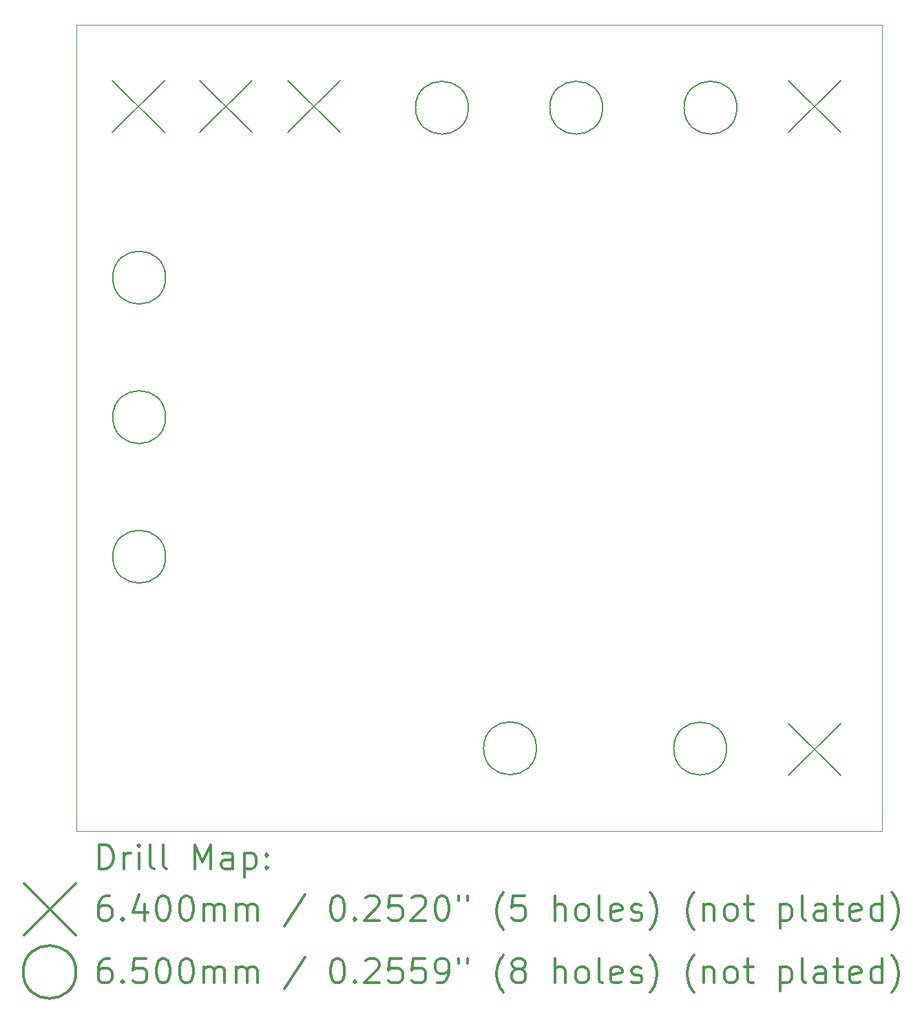
<source format=gbr>
%FSLAX45Y45*%
G04 Gerber Fmt 4.5, Leading zero omitted, Abs format (unit mm)*
G04 Created by KiCad (PCBNEW 5.1.12-1.fc34) date 2022-01-17 21:01:34*
%MOMM*%
%LPD*%
G01*
G04 APERTURE LIST*
%TA.AperFunction,Profile*%
%ADD10C,0.050000*%
%TD*%
%ADD11C,0.200000*%
%ADD12C,0.300000*%
G04 APERTURE END LIST*
D10*
X6350000Y-6350000D02*
X16256000Y-6350000D01*
X6350000Y-16256000D02*
X6350000Y-6350000D01*
X16256000Y-16256000D02*
X6350000Y-16256000D01*
X16256000Y-6350000D02*
X16256000Y-16256000D01*
D11*
X6792000Y-7033046D02*
X7432000Y-7673046D01*
X7432000Y-7033046D02*
X6792000Y-7673046D01*
X7871500Y-7033046D02*
X8511500Y-7673046D01*
X8511500Y-7033046D02*
X7871500Y-7673046D01*
X8951000Y-7033046D02*
X9591000Y-7673046D01*
X9591000Y-7033046D02*
X8951000Y-7673046D01*
X15110500Y-7033046D02*
X15750500Y-7673046D01*
X15750500Y-7033046D02*
X15110500Y-7673046D01*
X15110500Y-14932954D02*
X15750500Y-15572954D01*
X15750500Y-14932954D02*
X15110500Y-15572954D01*
X7448938Y-9457436D02*
G75*
G03*
X7448938Y-9457436I-325000J0D01*
G01*
X7448938Y-11171936D02*
G75*
G03*
X7448938Y-11171936I-325000J0D01*
G01*
X7448938Y-12886436D02*
G75*
G03*
X7448938Y-12886436I-325000J0D01*
G01*
X11171562Y-7370064D02*
G75*
G03*
X11171562Y-7370064I-325000J0D01*
G01*
X12009000Y-15240000D02*
G75*
G03*
X12009000Y-15240000I-325000J0D01*
G01*
X12822562Y-7370064D02*
G75*
G03*
X12822562Y-7370064I-325000J0D01*
G01*
X14346562Y-15244064D02*
G75*
G03*
X14346562Y-15244064I-325000J0D01*
G01*
X14473562Y-7370064D02*
G75*
G03*
X14473562Y-7370064I-325000J0D01*
G01*
D12*
X6633928Y-16724214D02*
X6633928Y-16424214D01*
X6705357Y-16424214D01*
X6748214Y-16438500D01*
X6776786Y-16467071D01*
X6791071Y-16495643D01*
X6805357Y-16552786D01*
X6805357Y-16595643D01*
X6791071Y-16652786D01*
X6776786Y-16681357D01*
X6748214Y-16709929D01*
X6705357Y-16724214D01*
X6633928Y-16724214D01*
X6933928Y-16724214D02*
X6933928Y-16524214D01*
X6933928Y-16581357D02*
X6948214Y-16552786D01*
X6962500Y-16538500D01*
X6991071Y-16524214D01*
X7019643Y-16524214D01*
X7119643Y-16724214D02*
X7119643Y-16524214D01*
X7119643Y-16424214D02*
X7105357Y-16438500D01*
X7119643Y-16452786D01*
X7133928Y-16438500D01*
X7119643Y-16424214D01*
X7119643Y-16452786D01*
X7305357Y-16724214D02*
X7276786Y-16709929D01*
X7262500Y-16681357D01*
X7262500Y-16424214D01*
X7462500Y-16724214D02*
X7433928Y-16709929D01*
X7419643Y-16681357D01*
X7419643Y-16424214D01*
X7805357Y-16724214D02*
X7805357Y-16424214D01*
X7905357Y-16638500D01*
X8005357Y-16424214D01*
X8005357Y-16724214D01*
X8276786Y-16724214D02*
X8276786Y-16567071D01*
X8262500Y-16538500D01*
X8233928Y-16524214D01*
X8176786Y-16524214D01*
X8148214Y-16538500D01*
X8276786Y-16709929D02*
X8248214Y-16724214D01*
X8176786Y-16724214D01*
X8148214Y-16709929D01*
X8133928Y-16681357D01*
X8133928Y-16652786D01*
X8148214Y-16624214D01*
X8176786Y-16609929D01*
X8248214Y-16609929D01*
X8276786Y-16595643D01*
X8419643Y-16524214D02*
X8419643Y-16824214D01*
X8419643Y-16538500D02*
X8448214Y-16524214D01*
X8505357Y-16524214D01*
X8533928Y-16538500D01*
X8548214Y-16552786D01*
X8562500Y-16581357D01*
X8562500Y-16667071D01*
X8548214Y-16695643D01*
X8533928Y-16709929D01*
X8505357Y-16724214D01*
X8448214Y-16724214D01*
X8419643Y-16709929D01*
X8691071Y-16695643D02*
X8705357Y-16709929D01*
X8691071Y-16724214D01*
X8676786Y-16709929D01*
X8691071Y-16695643D01*
X8691071Y-16724214D01*
X8691071Y-16538500D02*
X8705357Y-16552786D01*
X8691071Y-16567071D01*
X8676786Y-16552786D01*
X8691071Y-16538500D01*
X8691071Y-16567071D01*
X5707500Y-16898500D02*
X6347500Y-17538500D01*
X6347500Y-16898500D02*
X5707500Y-17538500D01*
X6762500Y-17054214D02*
X6705357Y-17054214D01*
X6676786Y-17068500D01*
X6662500Y-17082786D01*
X6633928Y-17125643D01*
X6619643Y-17182786D01*
X6619643Y-17297072D01*
X6633928Y-17325643D01*
X6648214Y-17339929D01*
X6676786Y-17354214D01*
X6733928Y-17354214D01*
X6762500Y-17339929D01*
X6776786Y-17325643D01*
X6791071Y-17297072D01*
X6791071Y-17225643D01*
X6776786Y-17197072D01*
X6762500Y-17182786D01*
X6733928Y-17168500D01*
X6676786Y-17168500D01*
X6648214Y-17182786D01*
X6633928Y-17197072D01*
X6619643Y-17225643D01*
X6919643Y-17325643D02*
X6933928Y-17339929D01*
X6919643Y-17354214D01*
X6905357Y-17339929D01*
X6919643Y-17325643D01*
X6919643Y-17354214D01*
X7191071Y-17154214D02*
X7191071Y-17354214D01*
X7119643Y-17039929D02*
X7048214Y-17254214D01*
X7233928Y-17254214D01*
X7405357Y-17054214D02*
X7433928Y-17054214D01*
X7462500Y-17068500D01*
X7476786Y-17082786D01*
X7491071Y-17111357D01*
X7505357Y-17168500D01*
X7505357Y-17239929D01*
X7491071Y-17297072D01*
X7476786Y-17325643D01*
X7462500Y-17339929D01*
X7433928Y-17354214D01*
X7405357Y-17354214D01*
X7376786Y-17339929D01*
X7362500Y-17325643D01*
X7348214Y-17297072D01*
X7333928Y-17239929D01*
X7333928Y-17168500D01*
X7348214Y-17111357D01*
X7362500Y-17082786D01*
X7376786Y-17068500D01*
X7405357Y-17054214D01*
X7691071Y-17054214D02*
X7719643Y-17054214D01*
X7748214Y-17068500D01*
X7762500Y-17082786D01*
X7776786Y-17111357D01*
X7791071Y-17168500D01*
X7791071Y-17239929D01*
X7776786Y-17297072D01*
X7762500Y-17325643D01*
X7748214Y-17339929D01*
X7719643Y-17354214D01*
X7691071Y-17354214D01*
X7662500Y-17339929D01*
X7648214Y-17325643D01*
X7633928Y-17297072D01*
X7619643Y-17239929D01*
X7619643Y-17168500D01*
X7633928Y-17111357D01*
X7648214Y-17082786D01*
X7662500Y-17068500D01*
X7691071Y-17054214D01*
X7919643Y-17354214D02*
X7919643Y-17154214D01*
X7919643Y-17182786D02*
X7933928Y-17168500D01*
X7962500Y-17154214D01*
X8005357Y-17154214D01*
X8033928Y-17168500D01*
X8048214Y-17197072D01*
X8048214Y-17354214D01*
X8048214Y-17197072D02*
X8062500Y-17168500D01*
X8091071Y-17154214D01*
X8133928Y-17154214D01*
X8162500Y-17168500D01*
X8176786Y-17197072D01*
X8176786Y-17354214D01*
X8319643Y-17354214D02*
X8319643Y-17154214D01*
X8319643Y-17182786D02*
X8333928Y-17168500D01*
X8362500Y-17154214D01*
X8405357Y-17154214D01*
X8433928Y-17168500D01*
X8448214Y-17197072D01*
X8448214Y-17354214D01*
X8448214Y-17197072D02*
X8462500Y-17168500D01*
X8491071Y-17154214D01*
X8533928Y-17154214D01*
X8562500Y-17168500D01*
X8576786Y-17197072D01*
X8576786Y-17354214D01*
X9162500Y-17039929D02*
X8905357Y-17425643D01*
X9548214Y-17054214D02*
X9576786Y-17054214D01*
X9605357Y-17068500D01*
X9619643Y-17082786D01*
X9633928Y-17111357D01*
X9648214Y-17168500D01*
X9648214Y-17239929D01*
X9633928Y-17297072D01*
X9619643Y-17325643D01*
X9605357Y-17339929D01*
X9576786Y-17354214D01*
X9548214Y-17354214D01*
X9519643Y-17339929D01*
X9505357Y-17325643D01*
X9491071Y-17297072D01*
X9476786Y-17239929D01*
X9476786Y-17168500D01*
X9491071Y-17111357D01*
X9505357Y-17082786D01*
X9519643Y-17068500D01*
X9548214Y-17054214D01*
X9776786Y-17325643D02*
X9791071Y-17339929D01*
X9776786Y-17354214D01*
X9762500Y-17339929D01*
X9776786Y-17325643D01*
X9776786Y-17354214D01*
X9905357Y-17082786D02*
X9919643Y-17068500D01*
X9948214Y-17054214D01*
X10019643Y-17054214D01*
X10048214Y-17068500D01*
X10062500Y-17082786D01*
X10076786Y-17111357D01*
X10076786Y-17139929D01*
X10062500Y-17182786D01*
X9891071Y-17354214D01*
X10076786Y-17354214D01*
X10348214Y-17054214D02*
X10205357Y-17054214D01*
X10191071Y-17197072D01*
X10205357Y-17182786D01*
X10233928Y-17168500D01*
X10305357Y-17168500D01*
X10333928Y-17182786D01*
X10348214Y-17197072D01*
X10362500Y-17225643D01*
X10362500Y-17297072D01*
X10348214Y-17325643D01*
X10333928Y-17339929D01*
X10305357Y-17354214D01*
X10233928Y-17354214D01*
X10205357Y-17339929D01*
X10191071Y-17325643D01*
X10476786Y-17082786D02*
X10491071Y-17068500D01*
X10519643Y-17054214D01*
X10591071Y-17054214D01*
X10619643Y-17068500D01*
X10633928Y-17082786D01*
X10648214Y-17111357D01*
X10648214Y-17139929D01*
X10633928Y-17182786D01*
X10462500Y-17354214D01*
X10648214Y-17354214D01*
X10833928Y-17054214D02*
X10862500Y-17054214D01*
X10891071Y-17068500D01*
X10905357Y-17082786D01*
X10919643Y-17111357D01*
X10933928Y-17168500D01*
X10933928Y-17239929D01*
X10919643Y-17297072D01*
X10905357Y-17325643D01*
X10891071Y-17339929D01*
X10862500Y-17354214D01*
X10833928Y-17354214D01*
X10805357Y-17339929D01*
X10791071Y-17325643D01*
X10776786Y-17297072D01*
X10762500Y-17239929D01*
X10762500Y-17168500D01*
X10776786Y-17111357D01*
X10791071Y-17082786D01*
X10805357Y-17068500D01*
X10833928Y-17054214D01*
X11048214Y-17054214D02*
X11048214Y-17111357D01*
X11162500Y-17054214D02*
X11162500Y-17111357D01*
X11605357Y-17468500D02*
X11591071Y-17454214D01*
X11562500Y-17411357D01*
X11548214Y-17382786D01*
X11533928Y-17339929D01*
X11519643Y-17268500D01*
X11519643Y-17211357D01*
X11533928Y-17139929D01*
X11548214Y-17097072D01*
X11562500Y-17068500D01*
X11591071Y-17025643D01*
X11605357Y-17011357D01*
X11862500Y-17054214D02*
X11719643Y-17054214D01*
X11705357Y-17197072D01*
X11719643Y-17182786D01*
X11748214Y-17168500D01*
X11819643Y-17168500D01*
X11848214Y-17182786D01*
X11862500Y-17197072D01*
X11876786Y-17225643D01*
X11876786Y-17297072D01*
X11862500Y-17325643D01*
X11848214Y-17339929D01*
X11819643Y-17354214D01*
X11748214Y-17354214D01*
X11719643Y-17339929D01*
X11705357Y-17325643D01*
X12233928Y-17354214D02*
X12233928Y-17054214D01*
X12362500Y-17354214D02*
X12362500Y-17197072D01*
X12348214Y-17168500D01*
X12319643Y-17154214D01*
X12276786Y-17154214D01*
X12248214Y-17168500D01*
X12233928Y-17182786D01*
X12548214Y-17354214D02*
X12519643Y-17339929D01*
X12505357Y-17325643D01*
X12491071Y-17297072D01*
X12491071Y-17211357D01*
X12505357Y-17182786D01*
X12519643Y-17168500D01*
X12548214Y-17154214D01*
X12591071Y-17154214D01*
X12619643Y-17168500D01*
X12633928Y-17182786D01*
X12648214Y-17211357D01*
X12648214Y-17297072D01*
X12633928Y-17325643D01*
X12619643Y-17339929D01*
X12591071Y-17354214D01*
X12548214Y-17354214D01*
X12819643Y-17354214D02*
X12791071Y-17339929D01*
X12776786Y-17311357D01*
X12776786Y-17054214D01*
X13048214Y-17339929D02*
X13019643Y-17354214D01*
X12962500Y-17354214D01*
X12933928Y-17339929D01*
X12919643Y-17311357D01*
X12919643Y-17197072D01*
X12933928Y-17168500D01*
X12962500Y-17154214D01*
X13019643Y-17154214D01*
X13048214Y-17168500D01*
X13062500Y-17197072D01*
X13062500Y-17225643D01*
X12919643Y-17254214D01*
X13176786Y-17339929D02*
X13205357Y-17354214D01*
X13262500Y-17354214D01*
X13291071Y-17339929D01*
X13305357Y-17311357D01*
X13305357Y-17297072D01*
X13291071Y-17268500D01*
X13262500Y-17254214D01*
X13219643Y-17254214D01*
X13191071Y-17239929D01*
X13176786Y-17211357D01*
X13176786Y-17197072D01*
X13191071Y-17168500D01*
X13219643Y-17154214D01*
X13262500Y-17154214D01*
X13291071Y-17168500D01*
X13405357Y-17468500D02*
X13419643Y-17454214D01*
X13448214Y-17411357D01*
X13462500Y-17382786D01*
X13476786Y-17339929D01*
X13491071Y-17268500D01*
X13491071Y-17211357D01*
X13476786Y-17139929D01*
X13462500Y-17097072D01*
X13448214Y-17068500D01*
X13419643Y-17025643D01*
X13405357Y-17011357D01*
X13948214Y-17468500D02*
X13933928Y-17454214D01*
X13905357Y-17411357D01*
X13891071Y-17382786D01*
X13876786Y-17339929D01*
X13862500Y-17268500D01*
X13862500Y-17211357D01*
X13876786Y-17139929D01*
X13891071Y-17097072D01*
X13905357Y-17068500D01*
X13933928Y-17025643D01*
X13948214Y-17011357D01*
X14062500Y-17154214D02*
X14062500Y-17354214D01*
X14062500Y-17182786D02*
X14076786Y-17168500D01*
X14105357Y-17154214D01*
X14148214Y-17154214D01*
X14176786Y-17168500D01*
X14191071Y-17197072D01*
X14191071Y-17354214D01*
X14376786Y-17354214D02*
X14348214Y-17339929D01*
X14333928Y-17325643D01*
X14319643Y-17297072D01*
X14319643Y-17211357D01*
X14333928Y-17182786D01*
X14348214Y-17168500D01*
X14376786Y-17154214D01*
X14419643Y-17154214D01*
X14448214Y-17168500D01*
X14462500Y-17182786D01*
X14476786Y-17211357D01*
X14476786Y-17297072D01*
X14462500Y-17325643D01*
X14448214Y-17339929D01*
X14419643Y-17354214D01*
X14376786Y-17354214D01*
X14562500Y-17154214D02*
X14676786Y-17154214D01*
X14605357Y-17054214D02*
X14605357Y-17311357D01*
X14619643Y-17339929D01*
X14648214Y-17354214D01*
X14676786Y-17354214D01*
X15005357Y-17154214D02*
X15005357Y-17454214D01*
X15005357Y-17168500D02*
X15033928Y-17154214D01*
X15091071Y-17154214D01*
X15119643Y-17168500D01*
X15133928Y-17182786D01*
X15148214Y-17211357D01*
X15148214Y-17297072D01*
X15133928Y-17325643D01*
X15119643Y-17339929D01*
X15091071Y-17354214D01*
X15033928Y-17354214D01*
X15005357Y-17339929D01*
X15319643Y-17354214D02*
X15291071Y-17339929D01*
X15276786Y-17311357D01*
X15276786Y-17054214D01*
X15562500Y-17354214D02*
X15562500Y-17197072D01*
X15548214Y-17168500D01*
X15519643Y-17154214D01*
X15462500Y-17154214D01*
X15433928Y-17168500D01*
X15562500Y-17339929D02*
X15533928Y-17354214D01*
X15462500Y-17354214D01*
X15433928Y-17339929D01*
X15419643Y-17311357D01*
X15419643Y-17282786D01*
X15433928Y-17254214D01*
X15462500Y-17239929D01*
X15533928Y-17239929D01*
X15562500Y-17225643D01*
X15662500Y-17154214D02*
X15776786Y-17154214D01*
X15705357Y-17054214D02*
X15705357Y-17311357D01*
X15719643Y-17339929D01*
X15748214Y-17354214D01*
X15776786Y-17354214D01*
X15991071Y-17339929D02*
X15962500Y-17354214D01*
X15905357Y-17354214D01*
X15876786Y-17339929D01*
X15862500Y-17311357D01*
X15862500Y-17197072D01*
X15876786Y-17168500D01*
X15905357Y-17154214D01*
X15962500Y-17154214D01*
X15991071Y-17168500D01*
X16005357Y-17197072D01*
X16005357Y-17225643D01*
X15862500Y-17254214D01*
X16262500Y-17354214D02*
X16262500Y-17054214D01*
X16262500Y-17339929D02*
X16233928Y-17354214D01*
X16176786Y-17354214D01*
X16148214Y-17339929D01*
X16133928Y-17325643D01*
X16119643Y-17297072D01*
X16119643Y-17211357D01*
X16133928Y-17182786D01*
X16148214Y-17168500D01*
X16176786Y-17154214D01*
X16233928Y-17154214D01*
X16262500Y-17168500D01*
X16376786Y-17468500D02*
X16391071Y-17454214D01*
X16419643Y-17411357D01*
X16433928Y-17382786D01*
X16448214Y-17339929D01*
X16462500Y-17268500D01*
X16462500Y-17211357D01*
X16448214Y-17139929D01*
X16433928Y-17097072D01*
X16419643Y-17068500D01*
X16391071Y-17025643D01*
X16376786Y-17011357D01*
X6347500Y-17988500D02*
G75*
G03*
X6347500Y-17988500I-325000J0D01*
G01*
X6762500Y-17824214D02*
X6705357Y-17824214D01*
X6676786Y-17838500D01*
X6662500Y-17852786D01*
X6633928Y-17895643D01*
X6619643Y-17952786D01*
X6619643Y-18067072D01*
X6633928Y-18095643D01*
X6648214Y-18109929D01*
X6676786Y-18124214D01*
X6733928Y-18124214D01*
X6762500Y-18109929D01*
X6776786Y-18095643D01*
X6791071Y-18067072D01*
X6791071Y-17995643D01*
X6776786Y-17967072D01*
X6762500Y-17952786D01*
X6733928Y-17938500D01*
X6676786Y-17938500D01*
X6648214Y-17952786D01*
X6633928Y-17967072D01*
X6619643Y-17995643D01*
X6919643Y-18095643D02*
X6933928Y-18109929D01*
X6919643Y-18124214D01*
X6905357Y-18109929D01*
X6919643Y-18095643D01*
X6919643Y-18124214D01*
X7205357Y-17824214D02*
X7062500Y-17824214D01*
X7048214Y-17967072D01*
X7062500Y-17952786D01*
X7091071Y-17938500D01*
X7162500Y-17938500D01*
X7191071Y-17952786D01*
X7205357Y-17967072D01*
X7219643Y-17995643D01*
X7219643Y-18067072D01*
X7205357Y-18095643D01*
X7191071Y-18109929D01*
X7162500Y-18124214D01*
X7091071Y-18124214D01*
X7062500Y-18109929D01*
X7048214Y-18095643D01*
X7405357Y-17824214D02*
X7433928Y-17824214D01*
X7462500Y-17838500D01*
X7476786Y-17852786D01*
X7491071Y-17881357D01*
X7505357Y-17938500D01*
X7505357Y-18009929D01*
X7491071Y-18067072D01*
X7476786Y-18095643D01*
X7462500Y-18109929D01*
X7433928Y-18124214D01*
X7405357Y-18124214D01*
X7376786Y-18109929D01*
X7362500Y-18095643D01*
X7348214Y-18067072D01*
X7333928Y-18009929D01*
X7333928Y-17938500D01*
X7348214Y-17881357D01*
X7362500Y-17852786D01*
X7376786Y-17838500D01*
X7405357Y-17824214D01*
X7691071Y-17824214D02*
X7719643Y-17824214D01*
X7748214Y-17838500D01*
X7762500Y-17852786D01*
X7776786Y-17881357D01*
X7791071Y-17938500D01*
X7791071Y-18009929D01*
X7776786Y-18067072D01*
X7762500Y-18095643D01*
X7748214Y-18109929D01*
X7719643Y-18124214D01*
X7691071Y-18124214D01*
X7662500Y-18109929D01*
X7648214Y-18095643D01*
X7633928Y-18067072D01*
X7619643Y-18009929D01*
X7619643Y-17938500D01*
X7633928Y-17881357D01*
X7648214Y-17852786D01*
X7662500Y-17838500D01*
X7691071Y-17824214D01*
X7919643Y-18124214D02*
X7919643Y-17924214D01*
X7919643Y-17952786D02*
X7933928Y-17938500D01*
X7962500Y-17924214D01*
X8005357Y-17924214D01*
X8033928Y-17938500D01*
X8048214Y-17967072D01*
X8048214Y-18124214D01*
X8048214Y-17967072D02*
X8062500Y-17938500D01*
X8091071Y-17924214D01*
X8133928Y-17924214D01*
X8162500Y-17938500D01*
X8176786Y-17967072D01*
X8176786Y-18124214D01*
X8319643Y-18124214D02*
X8319643Y-17924214D01*
X8319643Y-17952786D02*
X8333928Y-17938500D01*
X8362500Y-17924214D01*
X8405357Y-17924214D01*
X8433928Y-17938500D01*
X8448214Y-17967072D01*
X8448214Y-18124214D01*
X8448214Y-17967072D02*
X8462500Y-17938500D01*
X8491071Y-17924214D01*
X8533928Y-17924214D01*
X8562500Y-17938500D01*
X8576786Y-17967072D01*
X8576786Y-18124214D01*
X9162500Y-17809929D02*
X8905357Y-18195643D01*
X9548214Y-17824214D02*
X9576786Y-17824214D01*
X9605357Y-17838500D01*
X9619643Y-17852786D01*
X9633928Y-17881357D01*
X9648214Y-17938500D01*
X9648214Y-18009929D01*
X9633928Y-18067072D01*
X9619643Y-18095643D01*
X9605357Y-18109929D01*
X9576786Y-18124214D01*
X9548214Y-18124214D01*
X9519643Y-18109929D01*
X9505357Y-18095643D01*
X9491071Y-18067072D01*
X9476786Y-18009929D01*
X9476786Y-17938500D01*
X9491071Y-17881357D01*
X9505357Y-17852786D01*
X9519643Y-17838500D01*
X9548214Y-17824214D01*
X9776786Y-18095643D02*
X9791071Y-18109929D01*
X9776786Y-18124214D01*
X9762500Y-18109929D01*
X9776786Y-18095643D01*
X9776786Y-18124214D01*
X9905357Y-17852786D02*
X9919643Y-17838500D01*
X9948214Y-17824214D01*
X10019643Y-17824214D01*
X10048214Y-17838500D01*
X10062500Y-17852786D01*
X10076786Y-17881357D01*
X10076786Y-17909929D01*
X10062500Y-17952786D01*
X9891071Y-18124214D01*
X10076786Y-18124214D01*
X10348214Y-17824214D02*
X10205357Y-17824214D01*
X10191071Y-17967072D01*
X10205357Y-17952786D01*
X10233928Y-17938500D01*
X10305357Y-17938500D01*
X10333928Y-17952786D01*
X10348214Y-17967072D01*
X10362500Y-17995643D01*
X10362500Y-18067072D01*
X10348214Y-18095643D01*
X10333928Y-18109929D01*
X10305357Y-18124214D01*
X10233928Y-18124214D01*
X10205357Y-18109929D01*
X10191071Y-18095643D01*
X10633928Y-17824214D02*
X10491071Y-17824214D01*
X10476786Y-17967072D01*
X10491071Y-17952786D01*
X10519643Y-17938500D01*
X10591071Y-17938500D01*
X10619643Y-17952786D01*
X10633928Y-17967072D01*
X10648214Y-17995643D01*
X10648214Y-18067072D01*
X10633928Y-18095643D01*
X10619643Y-18109929D01*
X10591071Y-18124214D01*
X10519643Y-18124214D01*
X10491071Y-18109929D01*
X10476786Y-18095643D01*
X10791071Y-18124214D02*
X10848214Y-18124214D01*
X10876786Y-18109929D01*
X10891071Y-18095643D01*
X10919643Y-18052786D01*
X10933928Y-17995643D01*
X10933928Y-17881357D01*
X10919643Y-17852786D01*
X10905357Y-17838500D01*
X10876786Y-17824214D01*
X10819643Y-17824214D01*
X10791071Y-17838500D01*
X10776786Y-17852786D01*
X10762500Y-17881357D01*
X10762500Y-17952786D01*
X10776786Y-17981357D01*
X10791071Y-17995643D01*
X10819643Y-18009929D01*
X10876786Y-18009929D01*
X10905357Y-17995643D01*
X10919643Y-17981357D01*
X10933928Y-17952786D01*
X11048214Y-17824214D02*
X11048214Y-17881357D01*
X11162500Y-17824214D02*
X11162500Y-17881357D01*
X11605357Y-18238500D02*
X11591071Y-18224214D01*
X11562500Y-18181357D01*
X11548214Y-18152786D01*
X11533928Y-18109929D01*
X11519643Y-18038500D01*
X11519643Y-17981357D01*
X11533928Y-17909929D01*
X11548214Y-17867072D01*
X11562500Y-17838500D01*
X11591071Y-17795643D01*
X11605357Y-17781357D01*
X11762500Y-17952786D02*
X11733928Y-17938500D01*
X11719643Y-17924214D01*
X11705357Y-17895643D01*
X11705357Y-17881357D01*
X11719643Y-17852786D01*
X11733928Y-17838500D01*
X11762500Y-17824214D01*
X11819643Y-17824214D01*
X11848214Y-17838500D01*
X11862500Y-17852786D01*
X11876786Y-17881357D01*
X11876786Y-17895643D01*
X11862500Y-17924214D01*
X11848214Y-17938500D01*
X11819643Y-17952786D01*
X11762500Y-17952786D01*
X11733928Y-17967072D01*
X11719643Y-17981357D01*
X11705357Y-18009929D01*
X11705357Y-18067072D01*
X11719643Y-18095643D01*
X11733928Y-18109929D01*
X11762500Y-18124214D01*
X11819643Y-18124214D01*
X11848214Y-18109929D01*
X11862500Y-18095643D01*
X11876786Y-18067072D01*
X11876786Y-18009929D01*
X11862500Y-17981357D01*
X11848214Y-17967072D01*
X11819643Y-17952786D01*
X12233928Y-18124214D02*
X12233928Y-17824214D01*
X12362500Y-18124214D02*
X12362500Y-17967072D01*
X12348214Y-17938500D01*
X12319643Y-17924214D01*
X12276786Y-17924214D01*
X12248214Y-17938500D01*
X12233928Y-17952786D01*
X12548214Y-18124214D02*
X12519643Y-18109929D01*
X12505357Y-18095643D01*
X12491071Y-18067072D01*
X12491071Y-17981357D01*
X12505357Y-17952786D01*
X12519643Y-17938500D01*
X12548214Y-17924214D01*
X12591071Y-17924214D01*
X12619643Y-17938500D01*
X12633928Y-17952786D01*
X12648214Y-17981357D01*
X12648214Y-18067072D01*
X12633928Y-18095643D01*
X12619643Y-18109929D01*
X12591071Y-18124214D01*
X12548214Y-18124214D01*
X12819643Y-18124214D02*
X12791071Y-18109929D01*
X12776786Y-18081357D01*
X12776786Y-17824214D01*
X13048214Y-18109929D02*
X13019643Y-18124214D01*
X12962500Y-18124214D01*
X12933928Y-18109929D01*
X12919643Y-18081357D01*
X12919643Y-17967072D01*
X12933928Y-17938500D01*
X12962500Y-17924214D01*
X13019643Y-17924214D01*
X13048214Y-17938500D01*
X13062500Y-17967072D01*
X13062500Y-17995643D01*
X12919643Y-18024214D01*
X13176786Y-18109929D02*
X13205357Y-18124214D01*
X13262500Y-18124214D01*
X13291071Y-18109929D01*
X13305357Y-18081357D01*
X13305357Y-18067072D01*
X13291071Y-18038500D01*
X13262500Y-18024214D01*
X13219643Y-18024214D01*
X13191071Y-18009929D01*
X13176786Y-17981357D01*
X13176786Y-17967072D01*
X13191071Y-17938500D01*
X13219643Y-17924214D01*
X13262500Y-17924214D01*
X13291071Y-17938500D01*
X13405357Y-18238500D02*
X13419643Y-18224214D01*
X13448214Y-18181357D01*
X13462500Y-18152786D01*
X13476786Y-18109929D01*
X13491071Y-18038500D01*
X13491071Y-17981357D01*
X13476786Y-17909929D01*
X13462500Y-17867072D01*
X13448214Y-17838500D01*
X13419643Y-17795643D01*
X13405357Y-17781357D01*
X13948214Y-18238500D02*
X13933928Y-18224214D01*
X13905357Y-18181357D01*
X13891071Y-18152786D01*
X13876786Y-18109929D01*
X13862500Y-18038500D01*
X13862500Y-17981357D01*
X13876786Y-17909929D01*
X13891071Y-17867072D01*
X13905357Y-17838500D01*
X13933928Y-17795643D01*
X13948214Y-17781357D01*
X14062500Y-17924214D02*
X14062500Y-18124214D01*
X14062500Y-17952786D02*
X14076786Y-17938500D01*
X14105357Y-17924214D01*
X14148214Y-17924214D01*
X14176786Y-17938500D01*
X14191071Y-17967072D01*
X14191071Y-18124214D01*
X14376786Y-18124214D02*
X14348214Y-18109929D01*
X14333928Y-18095643D01*
X14319643Y-18067072D01*
X14319643Y-17981357D01*
X14333928Y-17952786D01*
X14348214Y-17938500D01*
X14376786Y-17924214D01*
X14419643Y-17924214D01*
X14448214Y-17938500D01*
X14462500Y-17952786D01*
X14476786Y-17981357D01*
X14476786Y-18067072D01*
X14462500Y-18095643D01*
X14448214Y-18109929D01*
X14419643Y-18124214D01*
X14376786Y-18124214D01*
X14562500Y-17924214D02*
X14676786Y-17924214D01*
X14605357Y-17824214D02*
X14605357Y-18081357D01*
X14619643Y-18109929D01*
X14648214Y-18124214D01*
X14676786Y-18124214D01*
X15005357Y-17924214D02*
X15005357Y-18224214D01*
X15005357Y-17938500D02*
X15033928Y-17924214D01*
X15091071Y-17924214D01*
X15119643Y-17938500D01*
X15133928Y-17952786D01*
X15148214Y-17981357D01*
X15148214Y-18067072D01*
X15133928Y-18095643D01*
X15119643Y-18109929D01*
X15091071Y-18124214D01*
X15033928Y-18124214D01*
X15005357Y-18109929D01*
X15319643Y-18124214D02*
X15291071Y-18109929D01*
X15276786Y-18081357D01*
X15276786Y-17824214D01*
X15562500Y-18124214D02*
X15562500Y-17967072D01*
X15548214Y-17938500D01*
X15519643Y-17924214D01*
X15462500Y-17924214D01*
X15433928Y-17938500D01*
X15562500Y-18109929D02*
X15533928Y-18124214D01*
X15462500Y-18124214D01*
X15433928Y-18109929D01*
X15419643Y-18081357D01*
X15419643Y-18052786D01*
X15433928Y-18024214D01*
X15462500Y-18009929D01*
X15533928Y-18009929D01*
X15562500Y-17995643D01*
X15662500Y-17924214D02*
X15776786Y-17924214D01*
X15705357Y-17824214D02*
X15705357Y-18081357D01*
X15719643Y-18109929D01*
X15748214Y-18124214D01*
X15776786Y-18124214D01*
X15991071Y-18109929D02*
X15962500Y-18124214D01*
X15905357Y-18124214D01*
X15876786Y-18109929D01*
X15862500Y-18081357D01*
X15862500Y-17967072D01*
X15876786Y-17938500D01*
X15905357Y-17924214D01*
X15962500Y-17924214D01*
X15991071Y-17938500D01*
X16005357Y-17967072D01*
X16005357Y-17995643D01*
X15862500Y-18024214D01*
X16262500Y-18124214D02*
X16262500Y-17824214D01*
X16262500Y-18109929D02*
X16233928Y-18124214D01*
X16176786Y-18124214D01*
X16148214Y-18109929D01*
X16133928Y-18095643D01*
X16119643Y-18067072D01*
X16119643Y-17981357D01*
X16133928Y-17952786D01*
X16148214Y-17938500D01*
X16176786Y-17924214D01*
X16233928Y-17924214D01*
X16262500Y-17938500D01*
X16376786Y-18238500D02*
X16391071Y-18224214D01*
X16419643Y-18181357D01*
X16433928Y-18152786D01*
X16448214Y-18109929D01*
X16462500Y-18038500D01*
X16462500Y-17981357D01*
X16448214Y-17909929D01*
X16433928Y-17867072D01*
X16419643Y-17838500D01*
X16391071Y-17795643D01*
X16376786Y-17781357D01*
M02*

</source>
